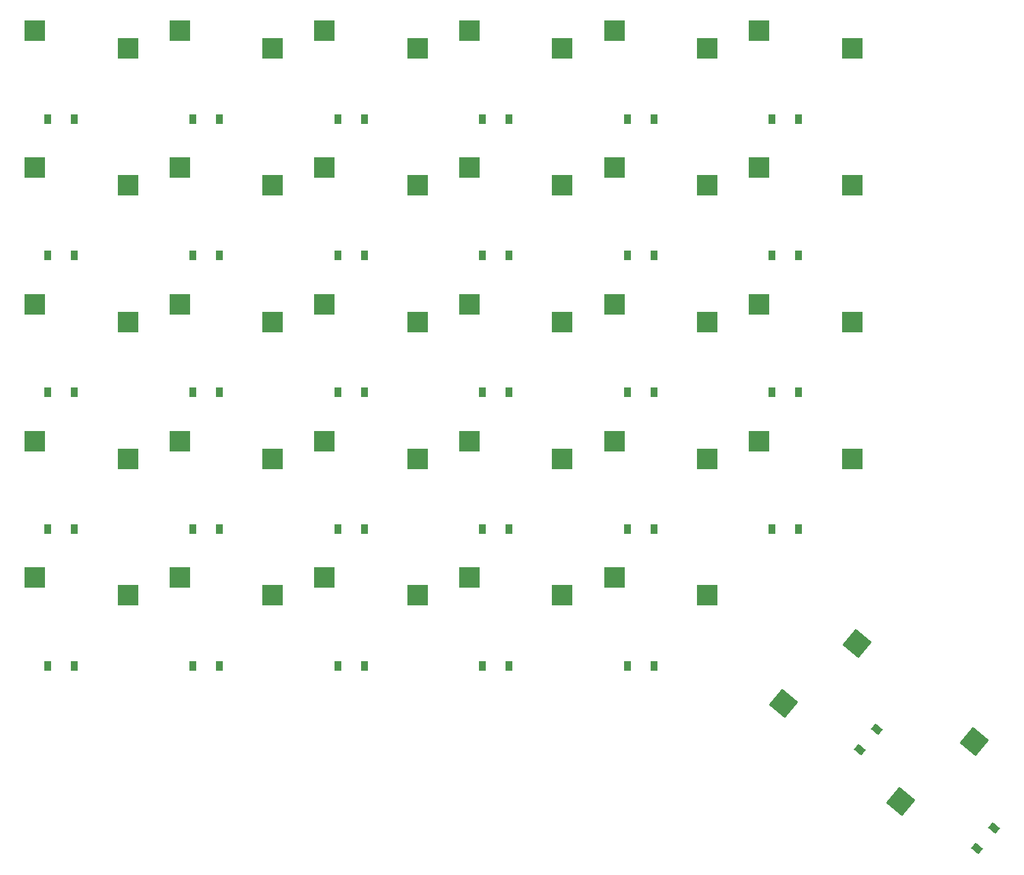
<source format=gbr>
%TF.GenerationSoftware,KiCad,Pcbnew,7.0.7-2.fc38*%
%TF.CreationDate,2023-08-26T22:09:36+08:00*%
%TF.ProjectId,split_keyboard_I,73706c69-745f-46b6-9579-626f6172645f,v1.0.0*%
%TF.SameCoordinates,Original*%
%TF.FileFunction,Paste,Bot*%
%TF.FilePolarity,Positive*%
%FSLAX46Y46*%
G04 Gerber Fmt 4.6, Leading zero omitted, Abs format (unit mm)*
G04 Created by KiCad (PCBNEW 7.0.7-2.fc38) date 2023-08-26 22:09:36*
%MOMM*%
%LPD*%
G01*
G04 APERTURE LIST*
G04 Aperture macros list*
%AMRotRect*
0 Rectangle, with rotation*
0 The origin of the aperture is its center*
0 $1 length*
0 $2 width*
0 $3 Rotation angle, in degrees counterclockwise*
0 Add horizontal line*
21,1,$1,$2,0,0,$3*%
G04 Aperture macros list end*
%ADD10R,2.600000X2.600000*%
%ADD11R,0.900000X1.200000*%
%ADD12RotRect,2.600000X2.600000X50.000000*%
%ADD13RotRect,0.900000X1.200000X50.000000*%
G04 APERTURE END LIST*
D10*
%TO.C,S12*%
X182725000Y-127050000D03*
X194275000Y-129250000D03*
%TD*%
%TO.C,S27*%
X236725000Y-110050000D03*
X248275000Y-112250000D03*
%TD*%
%TO.C,S15*%
X182725000Y-76050000D03*
X194275000Y-78250000D03*
%TD*%
D11*
%TO.C,D27*%
X238350000Y-121000000D03*
X241650000Y-121000000D03*
%TD*%
%TO.C,D2*%
X148350000Y-138000000D03*
X151650000Y-138000000D03*
%TD*%
%TO.C,D23*%
X220350000Y-121000000D03*
X223650000Y-121000000D03*
%TD*%
%TO.C,D28*%
X238350000Y-104000000D03*
X241650000Y-104000000D03*
%TD*%
%TO.C,D10*%
X166350000Y-87000000D03*
X169650000Y-87000000D03*
%TD*%
D10*
%TO.C,S18*%
X200725000Y-110050000D03*
X212275000Y-112250000D03*
%TD*%
D11*
%TO.C,D20*%
X202350000Y-87000000D03*
X205650000Y-87000000D03*
%TD*%
D10*
%TO.C,S6*%
X164725000Y-144050000D03*
X176275000Y-146250000D03*
%TD*%
D12*
%TO.C,S30*%
X239802079Y-159658679D03*
X248911574Y-152224999D03*
%TD*%
%TO.C,S31*%
X254356924Y-171871644D03*
X263466419Y-164437964D03*
%TD*%
D11*
%TO.C,D15*%
X184350000Y-87000000D03*
X187650000Y-87000000D03*
%TD*%
%TO.C,D24*%
X220350000Y-104000000D03*
X223650000Y-104000000D03*
%TD*%
D10*
%TO.C,S16*%
X200725000Y-144050000D03*
X212275000Y-146250000D03*
%TD*%
D11*
%TO.C,D6*%
X166350000Y-155000000D03*
X169650000Y-155000000D03*
%TD*%
D10*
%TO.C,S8*%
X164725000Y-110050000D03*
X176275000Y-112250000D03*
%TD*%
%TO.C,S5*%
X146725000Y-76050000D03*
X158275000Y-78250000D03*
%TD*%
%TO.C,S20*%
X200725000Y-76050000D03*
X212275000Y-78250000D03*
%TD*%
%TO.C,S25*%
X218725000Y-76050000D03*
X230275000Y-78250000D03*
%TD*%
%TO.C,S14*%
X182725000Y-93050000D03*
X194275000Y-95250000D03*
%TD*%
%TO.C,S21*%
X218725000Y-144050000D03*
X230275000Y-146250000D03*
%TD*%
%TO.C,S29*%
X236725000Y-76050000D03*
X248275000Y-78250000D03*
%TD*%
D11*
%TO.C,D7*%
X166350000Y-138000000D03*
X169650000Y-138000000D03*
%TD*%
D10*
%TO.C,S7*%
X164725000Y-127050000D03*
X176275000Y-129250000D03*
%TD*%
D11*
%TO.C,D11*%
X184350000Y-155000000D03*
X187650000Y-155000000D03*
%TD*%
%TO.C,D1*%
X148350000Y-155000000D03*
X151650000Y-155000000D03*
%TD*%
D10*
%TO.C,S4*%
X146725000Y-93050000D03*
X158275000Y-95250000D03*
%TD*%
D11*
%TO.C,D25*%
X220350000Y-87000000D03*
X223650000Y-87000000D03*
%TD*%
D13*
%TO.C,D30*%
X249234795Y-165452381D03*
X251355995Y-162924435D03*
%TD*%
D10*
%TO.C,S26*%
X236725000Y-127050000D03*
X248275000Y-129250000D03*
%TD*%
D11*
%TO.C,D8*%
X166350000Y-121000000D03*
X169650000Y-121000000D03*
%TD*%
D10*
%TO.C,S3*%
X146725000Y-110050000D03*
X158275000Y-112250000D03*
%TD*%
%TO.C,S2*%
X146725000Y-127050000D03*
X158275000Y-129250000D03*
%TD*%
%TO.C,S23*%
X218725000Y-110050000D03*
X230275000Y-112250000D03*
%TD*%
D11*
%TO.C,D3*%
X148350000Y-121000000D03*
X151650000Y-121000000D03*
%TD*%
D13*
%TO.C,D31*%
X263789640Y-177665346D03*
X265910840Y-175137400D03*
%TD*%
D11*
%TO.C,D16*%
X202350000Y-155000000D03*
X205650000Y-155000000D03*
%TD*%
%TO.C,D14*%
X184350000Y-104000000D03*
X187650000Y-104000000D03*
%TD*%
D10*
%TO.C,S1*%
X146725000Y-144050000D03*
X158275000Y-146250000D03*
%TD*%
%TO.C,S13*%
X182725000Y-110050000D03*
X194275000Y-112250000D03*
%TD*%
%TO.C,S11*%
X182725000Y-144050000D03*
X194275000Y-146250000D03*
%TD*%
%TO.C,S9*%
X164725000Y-93050000D03*
X176275000Y-95250000D03*
%TD*%
D11*
%TO.C,D29*%
X238350000Y-87000000D03*
X241650000Y-87000000D03*
%TD*%
%TO.C,D4*%
X148350000Y-104000000D03*
X151650000Y-104000000D03*
%TD*%
%TO.C,D5*%
X148350000Y-87000000D03*
X151650000Y-87000000D03*
%TD*%
D10*
%TO.C,S10*%
X164725000Y-76050000D03*
X176275000Y-78250000D03*
%TD*%
%TO.C,S19*%
X200725000Y-93050000D03*
X212275000Y-95250000D03*
%TD*%
%TO.C,S22*%
X218725000Y-127050000D03*
X230275000Y-129250000D03*
%TD*%
D11*
%TO.C,D9*%
X166350000Y-104000000D03*
X169650000Y-104000000D03*
%TD*%
D10*
%TO.C,S17*%
X200725000Y-127050000D03*
X212275000Y-129250000D03*
%TD*%
D11*
%TO.C,D19*%
X202350000Y-104000000D03*
X205650000Y-104000000D03*
%TD*%
%TO.C,D17*%
X202350000Y-138000000D03*
X205650000Y-138000000D03*
%TD*%
%TO.C,D21*%
X220350000Y-155000000D03*
X223650000Y-155000000D03*
%TD*%
D10*
%TO.C,S28*%
X236725000Y-93050000D03*
X248275000Y-95250000D03*
%TD*%
D11*
%TO.C,D22*%
X220350000Y-138000000D03*
X223650000Y-138000000D03*
%TD*%
D10*
%TO.C,S24*%
X218725000Y-93050000D03*
X230275000Y-95250000D03*
%TD*%
D11*
%TO.C,D13*%
X184350000Y-121000000D03*
X187650000Y-121000000D03*
%TD*%
%TO.C,D26*%
X238350000Y-138000000D03*
X241650000Y-138000000D03*
%TD*%
%TO.C,D12*%
X184350000Y-138000000D03*
X187650000Y-138000000D03*
%TD*%
%TO.C,D18*%
X202350000Y-121000000D03*
X205650000Y-121000000D03*
%TD*%
M02*

</source>
